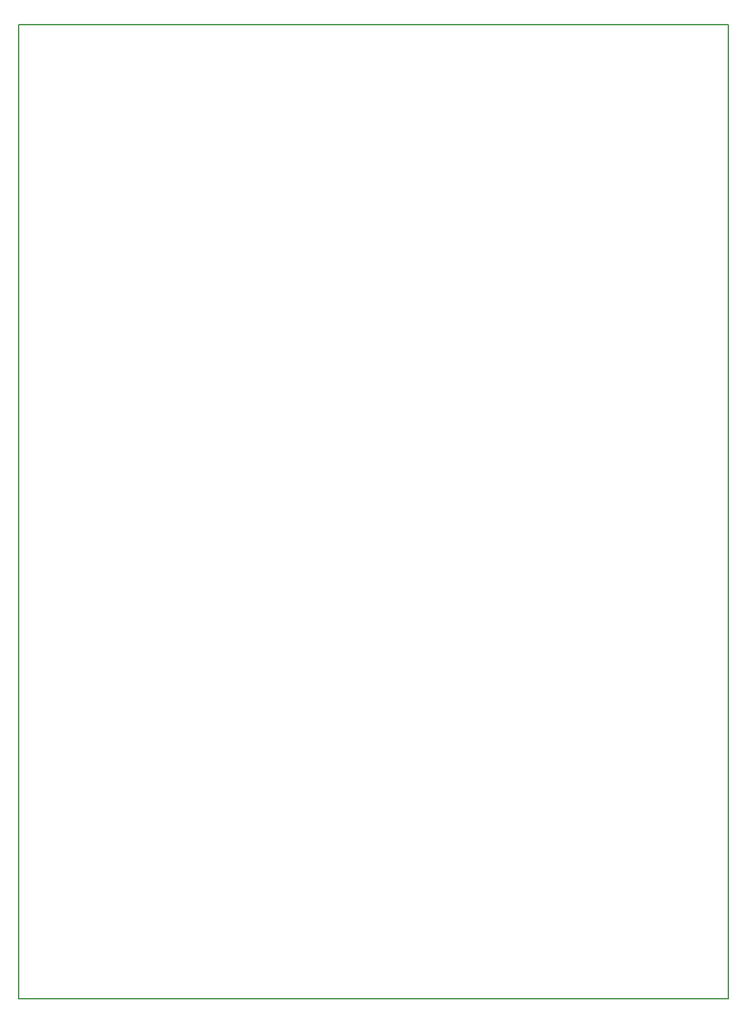
<source format=gbr>
%TF.GenerationSoftware,KiCad,Pcbnew,8.0.4*%
%TF.CreationDate,2025-07-07T11:58:56-07:00*%
%TF.ProjectId,board,626f6172-642e-46b6-9963-61645f706362,rev?*%
%TF.SameCoordinates,Original*%
%TF.FileFunction,Profile,NP*%
%FSLAX46Y46*%
G04 Gerber Fmt 4.6, Leading zero omitted, Abs format (unit mm)*
G04 Created by KiCad (PCBNEW 8.0.4) date 2025-07-07 11:58:56*
%MOMM*%
%LPD*%
G01*
G04 APERTURE LIST*
%TA.AperFunction,Profile*%
%ADD10C,0.200000*%
%TD*%
G04 APERTURE END LIST*
D10*
X50000000Y-45550000D02*
X140250000Y-45550000D01*
X140250000Y-169400000D01*
X50000000Y-169400000D01*
X50000000Y-45550000D01*
M02*

</source>
